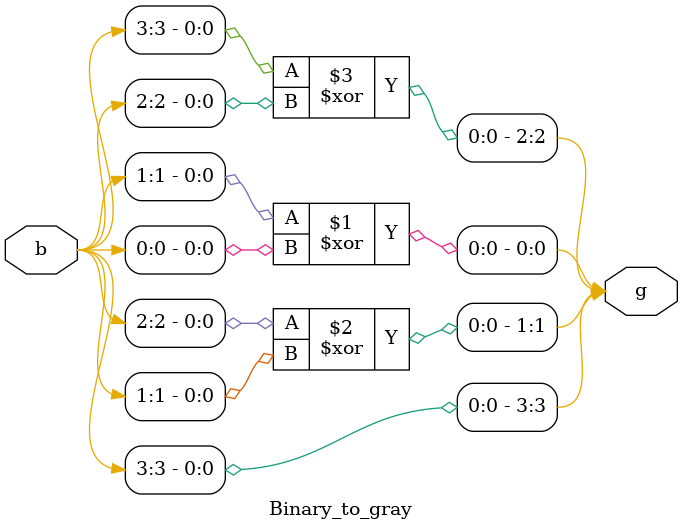
<source format=v>
`timescale 1ns / 1ps

module Binary_to_gray(b,g

    );
    input [3:0]b;
    output [3:0]g;
    assign g[0]=b[1]^b[0];
    assign g[1]=b[2]^b[1];
    assign g[2]=b[3]^b[2];
    assign g[3]=b[3];
    
endmodule

</source>
